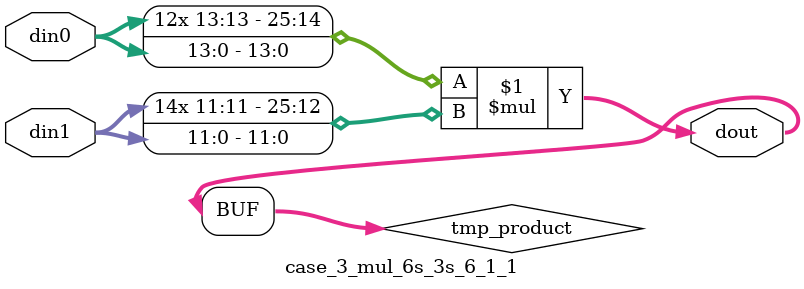
<source format=v>

`timescale 1 ns / 1 ps

 module case_3_mul_6s_3s_6_1_1(din0, din1, dout);
parameter ID = 1;
parameter NUM_STAGE = 0;
parameter din0_WIDTH = 14;
parameter din1_WIDTH = 12;
parameter dout_WIDTH = 26;

input [din0_WIDTH - 1 : 0] din0; 
input [din1_WIDTH - 1 : 0] din1; 
output [dout_WIDTH - 1 : 0] dout;

wire signed [dout_WIDTH - 1 : 0] tmp_product;



























assign tmp_product = $signed(din0) * $signed(din1);








assign dout = tmp_product;





















endmodule

</source>
